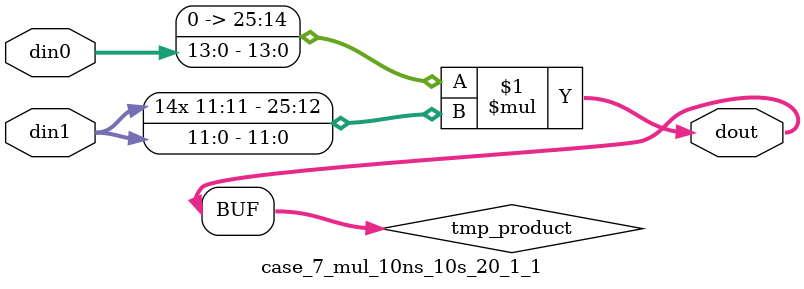
<source format=v>

`timescale 1 ns / 1 ps

 (* use_dsp = "no" *)  module case_7_mul_10ns_10s_20_1_1(din0, din1, dout);
parameter ID = 1;
parameter NUM_STAGE = 0;
parameter din0_WIDTH = 14;
parameter din1_WIDTH = 12;
parameter dout_WIDTH = 26;

input [din0_WIDTH - 1 : 0] din0; 
input [din1_WIDTH - 1 : 0] din1; 
output [dout_WIDTH - 1 : 0] dout;

wire signed [dout_WIDTH - 1 : 0] tmp_product;

























assign tmp_product = $signed({1'b0, din0}) * $signed(din1);










assign dout = tmp_product;





















endmodule

</source>
